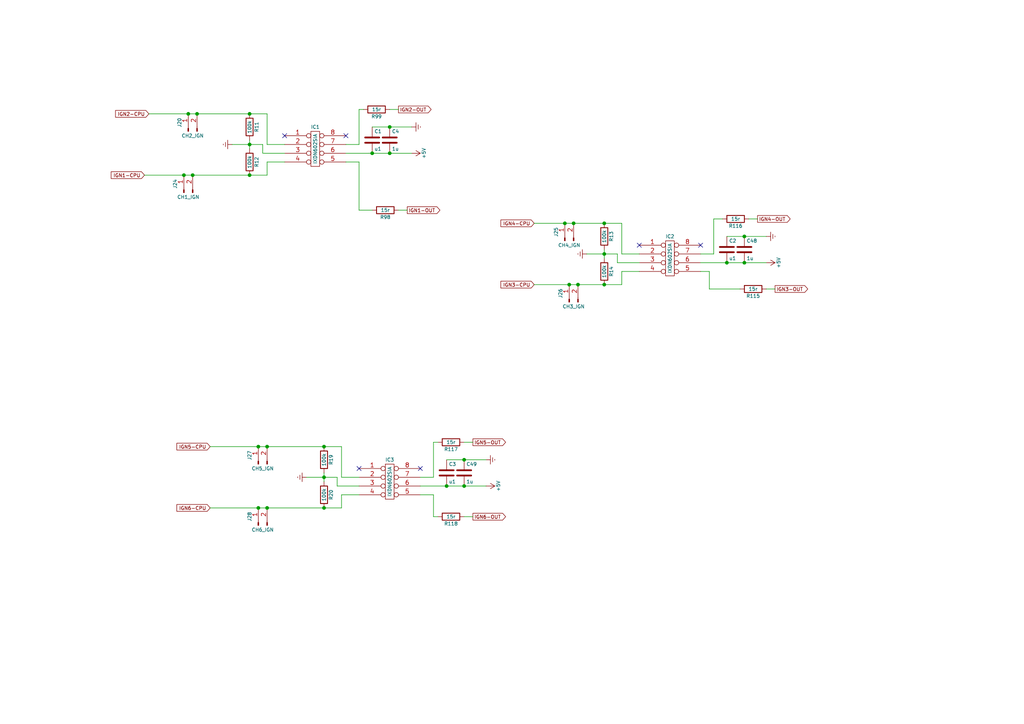
<source format=kicad_sch>
(kicad_sch (version 20231120) (generator "eeschema") (generator_version "8.0")
  (paper "A4")
  (lib_symbols
    (symbol "Connector:Conn_01x02_Pin" (pin_names (offset 1.016) hide)
      (property "Reference" "J" (at 0 2.54 0))
      (property "Value" "Conn_01x02_Pin" (at 0 -5.08 0))
      (symbol "Conn_01x02_Pin_1_1"
        (polyline (pts (xy 1.27 -2.54) (xy 0.8636 -2.54)) (stroke (width 0.1524)))
        (polyline (pts (xy 1.27 0) (xy 0.8636 0)) (stroke (width 0.1524)))
        (rectangle (start 0.8636 -2.413) (end 0 -2.667) (stroke (width 0.1524)) (fill (type outline)))
        (rectangle (start 0.8636 0.127) (end 0 -0.127) (stroke (width 0.1524)) (fill (type outline)))
        (pin passive line (at 5.08 0 180) (length 3.81) (name "Pin_1") (number "1"))
        (pin passive line (at 5.08 -2.54 180) (length 3.81) (name "Pin_2") (number "2"))
      )
    )
    (symbol "Device:C" (pin_numbers hide) (pin_names (offset 0.254))
      (property "Reference" "C" (at 0.635 2.54 0))
      (property "Value" "C" (at 0.635 -2.54 0))
      (symbol "C_0_1"
        (polyline (pts (xy -2.032 -0.762) (xy 2.032 -0.762)) (stroke (width 0.508)))
        (polyline (pts (xy -2.032 0.762) (xy 2.032 0.762)) (stroke (width 0.508)))
      )
      (symbol "C_1_1"
        (pin passive line (at 0 3.81 270) (length 2.794) (name "~") (number "1"))
        (pin passive line (at 0 -3.81 90) (length 2.794) (name "~") (number "2"))
      )
    )
    (symbol "Device:R" (pin_numbers hide) (pin_names (offset 0))
      (property "Reference" "R" (at 2.032 0 90))
      (property "Value" "R" (at 0 0 90))
      (symbol "R_0_1"
        (rectangle (start -1.016 -2.54) (end 1.016 2.54) (stroke (width 0.254)))
      )
      (symbol "R_1_1"
        (pin passive line (at 0 3.81 270) (length 1.27) (name "~") (number "1"))
        (pin passive line (at 0 -3.81 90) (length 1.27) (name "~") (number "2"))
      )
    )
    (symbol "Underdog-rescue:DIL8-modules" (pin_names (offset 1.016) hide)
      (property "Reference" "P" (at 0 6.35 0))
      (property "Value" "DIL8-modules" (at 0 0 90))
      (symbol "DIL8-modules_0_1"
        (rectangle (start -1.27 5.08) (end 1.27 -5.08))
      )
      (symbol "DIL8-modules_1_1"
        (pin passive inverted (at -8.89 3.81 0) (length 7.62) (name "P1") (number "1"))
        (pin passive inverted (at -8.89 1.27 0) (length 7.62) (name "P2") (number "2"))
        (pin passive inverted (at -8.89 -1.27 0) (length 7.62) (name "P3") (number "3"))
        (pin passive inverted (at -8.89 -3.81 0) (length 7.62) (name "P4") (number "4"))
        (pin passive inverted (at 8.89 -3.81 180) (length 7.62) (name "P5") (number "5"))
        (pin passive inverted (at 8.89 -1.27 180) (length 7.62) (name "P6") (number "6"))
        (pin passive inverted (at 8.89 1.27 180) (length 7.62) (name "P7") (number "7"))
        (pin passive inverted (at 8.89 3.81 180) (length 7.62) (name "P8") (number "8"))
      )
    )
    (symbol "power:+5V" (power) (pin_names (offset 0))
      (property "Value" "+5V" (at 0 3.556 0))
      (symbol "+5V_0_1"
        (polyline (pts (xy -0.762 1.27) (xy 0 2.54)))
        (polyline (pts (xy 0 0) (xy 0 2.54)))
        (polyline (pts (xy 0 2.54) (xy 0.762 1.27)))
      )
      (symbol "+5V_1_1"
        (pin power_in line (at 0 0 90) (length 0) hide (name "+5V") (number "1"))
      )
    )
    (symbol "power:Earth" (power) (pin_names (offset 0))
      (symbol "Earth_0_1"
        (polyline (pts (xy -0.635 -1.905) (xy 0.635 -1.905)))
        (polyline (pts (xy -0.127 -2.54) (xy 0.127 -2.54)))
        (polyline (pts (xy 0 -1.27) (xy 0 0)))
        (polyline (pts (xy 1.27 -1.27) (xy -1.27 -1.27)))
      )
      (symbol "Earth_1_1"
        (pin power_in line (at 0 0 270) (length 0) hide (name "Earth") (number "1"))
      )
    )
  )
  (junction (at 72.39 33.02))
  (junction (at 175.26 73.66))
  (junction (at 57.15 33.02))
  (junction (at 113.03 36.83))
  (junction (at 72.39 50.8))
  (junction (at 134.62 133.35))
  (junction (at 165.1 82.55))
  (junction (at 72.39 41.91))
  (junction (at 210.82 76.2))
  (junction (at 93.98 138.43))
  (junction (at 175.26 64.77))
  (junction (at 163.83 64.77))
  (junction (at 54.61 33.02))
  (junction (at 166.37 64.77))
  (junction (at 77.47 147.32))
  (junction (at 167.64 82.55))
  (junction (at 55.88 50.8))
  (junction (at 215.9 68.58))
  (junction (at 74.93 147.32))
  (junction (at 107.95 44.45))
  (junction (at 93.98 147.32))
  (junction (at 93.98 129.54))
  (junction (at 129.54 140.97))
  (junction (at 77.47 129.54))
  (junction (at 113.03 44.45))
  (junction (at 53.34 50.8))
  (junction (at 215.9 76.2))
  (junction (at 134.62 140.97))
  (junction (at 175.26 82.55))
  (junction (at 74.93 129.54))
  (no_connect (at 104.14 135.89))
  (no_connect (at 185.42 71.12))
  (no_connect (at 203.2 71.12))
  (no_connect (at 121.92 135.89))
  (no_connect (at 100.33 39.37))
  (no_connect (at 82.55 39.37))
  (wire (pts (xy 77.47 46.99) (xy 82.55 46.99)))
  (wire (pts (xy 121.92 140.97) (xy 129.54 140.97)))
  (wire (pts (xy 175.26 73.66) (xy 175.26 74.93)))
  (wire (pts (xy 166.37 64.77) (xy 175.26 64.77)))
  (wire (pts (xy 207.01 63.5) (xy 207.01 73.66)))
  (wire (pts (xy 74.93 147.32) (xy 77.47 147.32)))
  (wire (pts (xy 113.03 36.83) (xy 119.38 36.83)))
  (wire (pts (xy 99.06 147.32) (xy 99.06 143.51)))
  (wire (pts (xy 67.31 41.91) (xy 72.39 41.91)))
  (wire (pts (xy 179.07 76.2) (xy 185.42 76.2)))
  (wire (pts (xy 97.79 138.43) (xy 97.79 140.97)))
  (wire (pts (xy 53.34 50.8) (xy 55.88 50.8)))
  (wire (pts (xy 88.9 138.43) (xy 93.98 138.43)))
  (wire (pts (xy 54.61 33.02) (xy 57.15 33.02)))
  (wire (pts (xy 104.14 31.75) (xy 104.14 41.91)))
  (wire (pts (xy 77.47 129.54) (xy 93.98 129.54)))
  (wire (pts (xy 72.39 41.91) (xy 72.39 43.18)))
  (wire (pts (xy 179.07 73.66) (xy 179.07 76.2)))
  (wire (pts (xy 77.47 147.32) (xy 93.98 147.32)))
  (wire (pts (xy 125.73 143.51) (xy 121.92 143.51)))
  (wire (pts (xy 113.03 31.75) (xy 115.57 31.75)))
  (wire (pts (xy 43.18 33.02) (xy 54.61 33.02)))
  (wire (pts (xy 134.62 149.86) (xy 137.16 149.86)))
  (wire (pts (xy 207.01 63.5) (xy 209.55 63.5)))
  (wire (pts (xy 125.73 138.43) (xy 121.92 138.43)))
  (wire (pts (xy 41.91 50.8) (xy 53.34 50.8)))
  (wire (pts (xy 203.2 76.2) (xy 210.82 76.2)))
  (wire (pts (xy 154.94 64.77) (xy 163.83 64.77)))
  (wire (pts (xy 74.93 129.54) (xy 77.47 129.54)))
  (wire (pts (xy 210.82 76.2) (xy 215.9 76.2)))
  (wire (pts (xy 175.26 82.55) (xy 180.34 82.55)))
  (wire (pts (xy 77.47 33.02) (xy 77.47 41.91)))
  (wire (pts (xy 205.74 83.82) (xy 214.63 83.82)))
  (wire (pts (xy 180.34 64.77) (xy 180.34 73.66)))
  (wire (pts (xy 175.26 72.39) (xy 175.26 73.66)))
  (wire (pts (xy 104.14 31.75) (xy 105.41 31.75)))
  (wire (pts (xy 217.17 63.5) (xy 219.71 63.5)))
  (wire (pts (xy 72.39 50.8) (xy 77.47 50.8)))
  (wire (pts (xy 99.06 138.43) (xy 104.14 138.43)))
  (wire (pts (xy 93.98 147.32) (xy 99.06 147.32)))
  (wire (pts (xy 100.33 44.45) (xy 107.95 44.45)))
  (wire (pts (xy 170.18 73.66) (xy 175.26 73.66)))
  (wire (pts (xy 99.06 143.51) (xy 104.14 143.51)))
  (wire (pts (xy 76.2 44.45) (xy 82.55 44.45)))
  (wire (pts (xy 93.98 138.43) (xy 93.98 139.7)))
  (wire (pts (xy 77.47 41.91) (xy 82.55 41.91)))
  (wire (pts (xy 107.95 36.83) (xy 113.03 36.83)))
  (wire (pts (xy 72.39 41.91) (xy 76.2 41.91)))
  (wire (pts (xy 175.26 73.66) (xy 179.07 73.66)))
  (wire (pts (xy 93.98 138.43) (xy 97.79 138.43)))
  (wire (pts (xy 55.88 50.8) (xy 72.39 50.8)))
  (wire (pts (xy 104.14 41.91) (xy 100.33 41.91)))
  (wire (pts (xy 125.73 143.51) (xy 125.73 149.86)))
  (wire (pts (xy 165.1 82.55) (xy 167.64 82.55)))
  (wire (pts (xy 180.34 82.55) (xy 180.34 78.74)))
  (wire (pts (xy 60.96 129.54) (xy 74.93 129.54)))
  (wire (pts (xy 104.14 46.99) (xy 104.14 60.96)))
  (wire (pts (xy 99.06 129.54) (xy 99.06 138.43)))
  (wire (pts (xy 76.2 41.91) (xy 76.2 44.45)))
  (wire (pts (xy 154.94 82.55) (xy 165.1 82.55)))
  (wire (pts (xy 125.73 128.27) (xy 125.73 138.43)))
  (wire (pts (xy 129.54 140.97) (xy 134.62 140.97)))
  (wire (pts (xy 72.39 33.02) (xy 77.47 33.02)))
  (wire (pts (xy 205.74 78.74) (xy 203.2 78.74)))
  (wire (pts (xy 210.82 68.58) (xy 215.9 68.58)))
  (wire (pts (xy 222.25 83.82) (xy 224.79 83.82)))
  (wire (pts (xy 125.73 128.27) (xy 127 128.27)))
  (wire (pts (xy 175.26 64.77) (xy 180.34 64.77)))
  (wire (pts (xy 134.62 140.97) (xy 140.97 140.97)))
  (wire (pts (xy 115.57 60.96) (xy 118.11 60.96)))
  (wire (pts (xy 205.74 78.74) (xy 205.74 83.82)))
  (wire (pts (xy 104.14 60.96) (xy 107.95 60.96)))
  (wire (pts (xy 134.62 133.35) (xy 140.97 133.35)))
  (wire (pts (xy 72.39 40.64) (xy 72.39 41.91)))
  (wire (pts (xy 107.95 44.45) (xy 113.03 44.45)))
  (wire (pts (xy 180.34 73.66) (xy 185.42 73.66)))
  (wire (pts (xy 163.83 64.77) (xy 166.37 64.77)))
  (wire (pts (xy 207.01 73.66) (xy 203.2 73.66)))
  (wire (pts (xy 60.96 147.32) (xy 74.93 147.32)))
  (wire (pts (xy 215.9 68.58) (xy 222.25 68.58)))
  (wire (pts (xy 215.9 76.2) (xy 222.25 76.2)))
  (wire (pts (xy 125.73 149.86) (xy 127 149.86)))
  (wire (pts (xy 93.98 129.54) (xy 99.06 129.54)))
  (wire (pts (xy 113.03 44.45) (xy 119.38 44.45)))
  (wire (pts (xy 97.79 140.97) (xy 104.14 140.97)))
  (wire (pts (xy 100.33 46.99) (xy 104.14 46.99)))
  (wire (pts (xy 180.34 78.74) (xy 185.42 78.74)))
  (wire (pts (xy 167.64 82.55) (xy 175.26 82.55)))
  (wire (pts (xy 57.15 33.02) (xy 72.39 33.02)))
  (wire (pts (xy 93.98 137.16) (xy 93.98 138.43)))
  (wire (pts (xy 134.62 128.27) (xy 137.16 128.27)))
  (wire (pts (xy 129.54 133.35) (xy 134.62 133.35)))
  (wire (pts (xy 77.47 50.8) (xy 77.47 46.99)))
  (global_label "IGN3-OUT" (shape output) (at 224.79 83.82 0) (effects (font (size 1 1))) (property "Intersheetrefs" "${INTERSHEET_REFS}" (effects (hide yes))))
  (global_label "IGN2-OUT" (shape output) (at 115.57 31.75 0) (effects (font (size 1 1))) (property "Intersheetrefs" "${INTERSHEET_REFS}" (effects (hide yes))))
  (global_label "IGN6-CPU" (shape input) (at 60.96 147.32 180) (effects (font (size 1 1))) (property "Intersheetrefs" "${INTERSHEET_REFS}" (effects (hide yes))))
  (global_label "IGN1-OUT" (shape output) (at 118.11 60.96 0) (effects (font (size 1 1))) (property "Intersheetrefs" "${INTERSHEET_REFS}" (effects (hide yes))))
  (global_label "IGN3-CPU" (shape input) (at 154.94 82.55 180) (effects (font (size 1 1))) (property "Intersheetrefs" "${INTERSHEET_REFS}" (effects (hide yes))))
  (global_label "IGN2-CPU" (shape input) (at 43.18 33.02 180) (effects (font (size 1 1))) (property "Intersheetrefs" "${INTERSHEET_REFS}" (effects (hide yes))))
  (global_label "IGN4-CPU" (shape input) (at 154.94 64.77 180) (effects (font (size 1 1))) (property "Intersheetrefs" "${INTERSHEET_REFS}" (effects (hide yes))))
  (global_label "IGN5-CPU" (shape input) (at 60.96 129.54 180) (effects (font (size 1 1))) (property "Intersheetrefs" "${INTERSHEET_REFS}" (effects (hide yes))))
  (global_label "IGN4-OUT" (shape output) (at 219.71 63.5 0) (effects (font (size 1 1))) (property "Intersheetrefs" "${INTERSHEET_REFS}" (effects (hide yes))))
  (global_label "IGN5-OUT" (shape output) (at 137.16 128.27 0) (effects (font (size 1 1))) (property "Intersheetrefs" "${INTERSHEET_REFS}" (effects (hide yes))))
  (global_label "IGN6-OUT" (shape output) (at 137.16 149.86 0) (effects (font (size 1 1))) (property "Intersheetrefs" "${INTERSHEET_REFS}" (effects (hide yes))))
  (global_label "IGN1-CPU" (shape input) (at 41.91 50.8 180) (effects (font (size 1 1))) (property "Intersheetrefs" "${INTERSHEET_REFS}" (effects (hide yes))))
  (symbol (lib_id "power:Earth") (at 222.25 68.58 90) (unit 1)
    (property "Reference" "#PWR0158" (effects (hide yes)))
    (property "Value" "Earth" (effects (hide yes)))
  )
  (symbol (lib_id "power:+5V") (at 222.25 76.2 270) (unit 1)
    (property "Reference" "#PWR0159" (effects (hide yes)))
    (property "Value" "+5V" (at 225.806 76.2 0) (effects (font (size 1 1))))
  )
  (symbol (lib_id "power:+5V") (at 140.97 140.97 270) (unit 1)
    (property "Reference" "#PWR0172" (effects (hide yes)))
    (property "Value" "+5V" (at 144.526 140.97 0) (effects (font (size 1 1))))
  )
  (symbol (lib_id "Device:R") (at 111.76 60.96 270) (unit 1)
    (property "Reference" "R98" (at 111.76 62.992 90) (effects (font (size 1 1))))
    (property "Value" "15r" (at 111.76 60.96 90) (effects (font (size 1 1))))
    (property "Footprint" "easyeda2kicad:R2512" (effects (hide yes)))
    (property "MPN" "C5713426" (effects (hide yes)))
    (property "LCSC" "C5713426" (effects (hide yes)))
    (property "Rot" "0" (effects (hide yes)))
  )
  (symbol (lib_id "Device:C") (at 107.95 40.64 0) (unit 1)
    (property "Reference" "C1" (at 108.585 38.1 0) (effects (font (size 1 1)) (justify left)))
    (property "Value" "u1" (at 108.585 43.18 0) (effects (font (size 1 1)) (justify left)))
    (property "Footprint" "easyeda2kicad:C0805" (effects (hide yes)))
    (property "MPN" "CL21B104KBFNNNE" (effects (hide yes)))
    (property "LCSC" "C136621" (effects (hide yes)))
    (property "Rot" "0" (effects (hide yes)))
  )
  (symbol (lib_id "Device:R") (at 130.81 128.27 270) (unit 1)
    (property "Reference" "R117" (at 130.81 130.302 90) (effects (font (size 1 1))))
    (property "Value" "15r" (at 130.81 128.27 90) (effects (font (size 1 1))))
    (property "Footprint" "easyeda2kicad:R2512" (effects (hide yes)))
    (property "MPN" "C5713426" (effects (hide yes)))
    (property "LCSC" "C5713426" (effects (hide yes)))
    (property "Rot" "0" (effects (hide yes)))
  )
  (symbol (lib_id "Connector:Conn_01x02_Pin") (at 163.83 69.85 90) (unit 1) (in_bom no)
    (property "Reference" "J25" (at 161.29 67.31 0) (effects (font (size 1 1))))
    (property "Value" "CH4_IGN" (at 165.1 71.12 90) (effects (font (size 1 1))))
    (property "Footprint" "Connector_PinHeader_2.54mm:PinHeader_1x02_P2.54mm_Vertical" (effects (hide yes)))
    (property "Rot" "0" (effects (hide yes)))
  )
  (symbol (lib_id "Device:C") (at 210.82 72.39 0) (unit 1)
    (property "Reference" "C2" (at 211.455 69.85 0) (effects (font (size 1 1)) (justify left)))
    (property "Value" "u1" (at 211.455 74.93 0) (effects (font (size 1 1)) (justify left)))
    (property "Footprint" "easyeda2kicad:C0805" (effects (hide yes)))
    (property "MPN" "CL21B104KBFNNNE" (effects (hide yes)))
    (property "LCSC" "C136621" (effects (hide yes)))
    (property "Rot" "0" (effects (hide yes)))
  )
  (symbol (lib_id "Device:C") (at 113.03 40.64 0) (unit 1)
    (property "Reference" "C4" (at 113.665 38.1 0) (effects (font (size 1 1)) (justify left)))
    (property "Value" "1u" (at 113.665 43.18 0) (effects (font (size 1 1)) (justify left)))
    (property "Footprint" "easyeda2kicad:C0805" (effects (hide yes)))
    (property "MPN" "CL21B105KBFNNNE" (effects (hide yes)))
    (property "LCSC" "C28323" (effects (hide yes)))
    (property "Rot" "0" (effects (hide yes)))
  )
  (symbol (lib_id "Device:C") (at 129.54 137.16 0) (unit 1)
    (property "Reference" "C3" (at 130.175 134.62 0) (effects (font (size 1 1)) (justify left)))
    (property "Value" "u1" (at 130.175 139.7 0) (effects (font (size 1 1)) (justify left)))
    (property "Footprint" "easyeda2kicad:C0805" (effects (hide yes)))
    (property "MPN" "CL21B104KBFNNNE" (effects (hide yes)))
    (property "LCSC" "C136621" (effects (hide yes)))
    (property "Rot" "0" (effects (hide yes)))
  )
  (symbol (lib_id "Device:R") (at 93.98 133.35 0) (unit 1)
    (property "Reference" "R19" (at 96.012 133.35 90) (effects (font (size 1 1))))
    (property "Value" "100k" (at 93.98 133.35 90) (effects (font (size 1 1))))
    (property "Footprint" "easyeda2kicad:R0603" (effects (hide yes)))
    (property "MPN" "C25803" (effects (hide yes)))
    (property "LCSC" "C25803" (effects (hide yes)))
    (property "Rot" "0" (effects (hide yes)))
  )
  (symbol (lib_id "Device:R") (at 175.26 78.74 0) (unit 1)
    (property "Reference" "R14" (at 177.292 78.74 90) (effects (font (size 1 1))))
    (property "Value" "100k" (at 175.26 78.74 90) (effects (font (size 1 1))))
    (property "Footprint" "easyeda2kicad:R0603" (effects (hide yes)))
    (property "MPN" "C25803" (effects (hide yes)))
    (property "LCSC" "C25803" (effects (hide yes)))
    (property "Rot" "0" (effects (hide yes)))
  )
  (symbol (lib_id "power:Earth") (at 140.97 133.35 90) (unit 1)
    (property "Reference" "#PWR0160" (effects (hide yes)))
    (property "Value" "Earth" (effects (hide yes)))
  )
  (symbol (lib_id "Device:R") (at 130.81 149.86 270) (unit 1)
    (property "Reference" "R118" (at 130.81 151.892 90) (effects (font (size 1 1))))
    (property "Value" "15r" (at 130.81 149.86 90) (effects (font (size 1 1))))
    (property "Footprint" "easyeda2kicad:R2512" (effects (hide yes)))
    (property "MPN" "C5713426" (effects (hide yes)))
    (property "LCSC" "C5713426" (effects (hide yes)))
    (property "Rot" "0" (effects (hide yes)))
  )
  (symbol (lib_id "power:Earth") (at 119.38 36.83 90) (unit 1)
    (property "Reference" "#PWR062" (effects (hide yes)))
    (property "Value" "Earth" (effects (hide yes)))
  )
  (symbol (lib_id "Device:R") (at 93.98 143.51 0) (unit 1)
    (property "Reference" "R20" (at 96.012 143.51 90) (effects (font (size 1 1))))
    (property "Value" "100k" (at 93.98 143.51 90) (effects (font (size 1 1))))
    (property "Footprint" "easyeda2kicad:R0603" (effects (hide yes)))
    (property "MPN" "C25803" (effects (hide yes)))
    (property "LCSC" "C25803" (effects (hide yes)))
    (property "Rot" "0" (effects (hide yes)))
  )
  (symbol (lib_id "Device:C") (at 134.62 137.16 0) (unit 1)
    (property "Reference" "C49" (at 135.255 134.62 0) (effects (font (size 1 1)) (justify left)))
    (property "Value" "1u" (at 135.255 139.7 0) (effects (font (size 1 1)) (justify left)))
    (property "Footprint" "easyeda2kicad:C0805" (effects (hide yes)))
    (property "MPN" "CL21B105KBFNNNE" (effects (hide yes)))
    (property "LCSC" "C28323" (effects (hide yes)))
    (property "Rot" "0" (effects (hide yes)))
  )
  (symbol (lib_id "Device:R") (at 213.36 63.5 270) (unit 1)
    (property "Reference" "R116" (at 213.36 65.532 90) (effects (font (size 1 1))))
    (property "Value" "15r" (at 213.36 63.5 90) (effects (font (size 1 1))))
    (property "Footprint" "easyeda2kicad:R2512" (effects (hide yes)))
    (property "MPN" "C5713426" (effects (hide yes)))
    (property "LCSC" "C5713426" (effects (hide yes)))
    (property "Rot" "0" (effects (hide yes)))
  )
  (symbol (lib_id "Connector:Conn_01x02_Pin") (at 165.1 87.63 90) (unit 1) (in_bom no)
    (property "Reference" "J26" (at 162.56 85.09 0) (effects (font (size 1 1))))
    (property "Value" "CH3_IGN" (at 166.37 88.9 90) (effects (font (size 1 1))))
    (property "Footprint" "Connector_PinHeader_2.54mm:PinHeader_1x02_P2.54mm_Vertical" (effects (hide yes)))
    (property "Rot" "0" (effects (hide yes)))
  )
  (symbol (lib_id "power:+5V") (at 119.38 44.45 270) (unit 1)
    (property "Reference" "#PWR0157" (effects (hide yes)))
    (property "Value" "+5V" (at 122.936 44.45 0) (effects (font (size 1 1))))
  )
  (symbol (lib_id "Device:R") (at 109.22 31.75 270) (unit 1)
    (property "Reference" "R99" (at 109.22 33.782 90) (effects (font (size 1 1))))
    (property "Value" "15r" (at 109.22 31.75 90) (effects (font (size 1 1))))
    (property "Footprint" "easyeda2kicad:R2512" (effects (hide yes)))
    (property "MPN" "C5713426" (effects (hide yes)))
    (property "LCSC" "C5713426" (effects (hide yes)))
    (property "Rot" "0" (effects (hide yes)))
  )
  (symbol (lib_id "Connector:Conn_01x02_Pin") (at 74.93 152.4 90) (unit 1) (in_bom no)
    (property "Reference" "J28" (at 72.39 149.86 0) (effects (font (size 1 1))))
    (property "Value" "CH6_IGN" (at 76.2 153.67 90) (effects (font (size 1 1))))
    (property "Footprint" "Connector_PinHeader_2.54mm:PinHeader_1x02_P2.54mm_Vertical" (effects (hide yes)))
    (property "Rot" "0" (effects (hide yes)))
  )
  (symbol (lib_id "Underdog-rescue:DIL8-modules") (at 194.31 74.93 0) (unit 1)
    (property "Reference" "IC2" (at 194.31 68.58 0) (effects (font (size 1 1))))
    (property "Value" "IXDN602SIA" (at 194.31 74.93 90) (effects (font (size 1 1))))
    (property "Footprint" "easyeda2kicad:SOIC-8_L4.9-W3.9-P1.27-LS6.0-BL" (effects (hide yes)))
    (property "MPN" "IXDN602SIA" (effects (hide yes)))
    (property "LCSC" "C431679" (effects (hide yes)))
    (property "Rot" "0" (effects (hide yes)))
  )
  (symbol (lib_id "Connector:Conn_01x02_Pin") (at 54.61 38.1 90) (unit 1) (in_bom no)
    (property "Reference" "J20" (at 52.07 35.56 0) (effects (font (size 1 1))))
    (property "Value" "CH2_IGN" (at 55.88 39.37 90) (effects (font (size 1 1))))
    (property "Footprint" "Connector_PinHeader_2.54mm:PinHeader_1x02_P2.54mm_Vertical" (effects (hide yes)))
    (property "Rot" "0" (effects (hide yes)))
  )
  (symbol (lib_id "power:Earth") (at 88.9 138.43 270) (unit 1)
    (property "Reference" "#PWR051" (effects (hide yes)))
    (property "Value" "Earth" (effects (hide yes)))
  )
  (symbol (lib_id "power:Earth") (at 170.18 73.66 270) (unit 1)
    (property "Reference" "#PWR050" (effects (hide yes)))
    (property "Value" "Earth" (effects (hide yes)))
  )
  (symbol (lib_id "power:Earth") (at 67.31 41.91 270) (unit 1)
    (property "Reference" "#PWR049" (effects (hide yes)))
    (property "Value" "Earth" (effects (hide yes)))
  )
  (symbol (lib_id "Underdog-rescue:DIL8-modules") (at 113.03 139.7 0) (unit 1)
    (property "Reference" "IC3" (at 113.03 133.35 0) (effects (font (size 1 1))))
    (property "Value" "IXDN602SIA" (at 113.03 139.7 90) (effects (font (size 1 1))))
    (property "Footprint" "easyeda2kicad:SOIC-8_L4.9-W3.9-P1.27-LS6.0-BL" (effects (hide yes)))
    (property "MPN" "IXDN602SIA" (effects (hide yes)))
    (property "LCSC" "C431679" (effects (hide yes)))
    (property "Rot" "0" (effects (hide yes)))
  )
  (symbol (lib_id "Device:R") (at 72.39 46.99 0) (unit 1)
    (property "Reference" "R12" (at 74.422 46.99 90) (effects (font (size 1 1))))
    (property "Value" "100k" (at 72.39 46.99 90) (effects (font (size 1 1))))
    (property "Footprint" "easyeda2kicad:R0603" (effects (hide yes)))
    (property "MPN" "C25803" (effects (hide yes)))
    (property "LCSC" "C25803" (effects (hide yes)))
    (property "Rot" "0" (effects (hide yes)))
  )
  (symbol (lib_id "Device:C") (at 215.9 72.39 0) (unit 1)
    (property "Reference" "C48" (at 216.535 69.85 0) (effects (font (size 1 1)) (justify left)))
    (property "Value" "1u" (at 216.535 74.93 0) (effects (font (size 1 1)) (justify left)))
    (property "Footprint" "easyeda2kicad:C0805" (effects (hide yes)))
    (property "MPN" "CL21B105KBFNNNE" (effects (hide yes)))
    (property "LCSC" "C28323" (effects (hide yes)))
    (property "Rot" "0" (effects (hide yes)))
  )
  (symbol (lib_id "Connector:Conn_01x02_Pin") (at 74.93 134.62 90) (unit 1) (in_bom no)
    (property "Reference" "J27" (at 72.39 132.08 0) (effects (font (size 1 1))))
    (property "Value" "CH5_IGN" (at 76.2 135.89 90) (effects (font (size 1 1))))
    (property "Footprint" "Connector_PinHeader_2.54mm:PinHeader_1x02_P2.54mm_Vertical" (effects (hide yes)))
    (property "Rot" "0" (effects (hide yes)))
  )
  (symbol (lib_id "Connector:Conn_01x02_Pin") (at 53.34 55.88 90) (unit 1) (in_bom no)
    (property "Reference" "J24" (at 50.8 53.34 0) (effects (font (size 1 1))))
    (property "Value" "CH1_IGN" (at 54.61 57.15 90) (effects (font (size 1 1))))
    (property "Footprint" "Connector_PinHeader_2.54mm:PinHeader_1x02_P2.54mm_Vertical" (effects (hide yes)))
    (property "Rot" "0" (effects (hide yes)))
  )
  (symbol (lib_id "Device:R") (at 72.39 36.83 0) (unit 1)
    (property "Reference" "R11" (at 74.422 36.83 90) (effects (font (size 1 1))))
    (property "Value" "100k" (at 72.39 36.83 90) (effects (font (size 1 1))))
    (property "Footprint" "easyeda2kicad:R0603" (effects (hide yes)))
    (property "MPN" "C25803" (effects (hide yes)))
    (property "LCSC" "C25803" (effects (hide yes)))
    (property "Rot" "0" (effects (hide yes)))
  )
  (symbol (lib_id "Underdog-rescue:DIL8-modules") (at 91.44 43.18 0) (unit 1)
    (property "Reference" "IC1" (at 91.44 36.83 0) (effects (font (size 1 1))))
    (property "Value" "IXDN602SIA" (at 91.44 43.18 90) (effects (font (size 1 1))))
    (property "Footprint" "easyeda2kicad:SOIC-8_L4.9-W3.9-P1.27-LS6.0-BL" (effects (hide yes)))
    (property "MPN" "IXDN602SIA" (effects (hide yes)))
    (property "LCSC" "C431679" (effects (hide yes)))
    (property "Rot" "0" (effects (hide yes)))
  )
  (symbol (lib_id "Device:R") (at 175.26 68.58 0) (unit 1)
    (property "Reference" "R13" (at 177.292 68.58 90) (effects (font (size 1 1))))
    (property "Value" "100k" (at 175.26 68.58 90) (effects (font (size 1 1))))
    (property "Footprint" "easyeda2kicad:R0603" (effects (hide yes)))
    (property "MPN" "C25803" (effects (hide yes)))
    (property "LCSC" "C25803" (effects (hide yes)))
    (property "Rot" "0" (effects (hide yes)))
  )
  (symbol (lib_id "Device:R") (at 218.44 83.82 270) (unit 1)
    (property "Reference" "R115" (at 218.44 85.852 90) (effects (font (size 1 1))))
    (property "Value" "15r" (at 218.44 83.82 90) (effects (font (size 1 1))))
    (property "Footprint" "easyeda2kicad:R2512" (effects (hide yes)))
    (property "MPN" "C5713426" (effects (hide yes)))
    (property "LCSC" "C5713426" (effects (hide yes)))
    (property "Rot" "0" (effects (hide yes)))
  )
)
</source>
